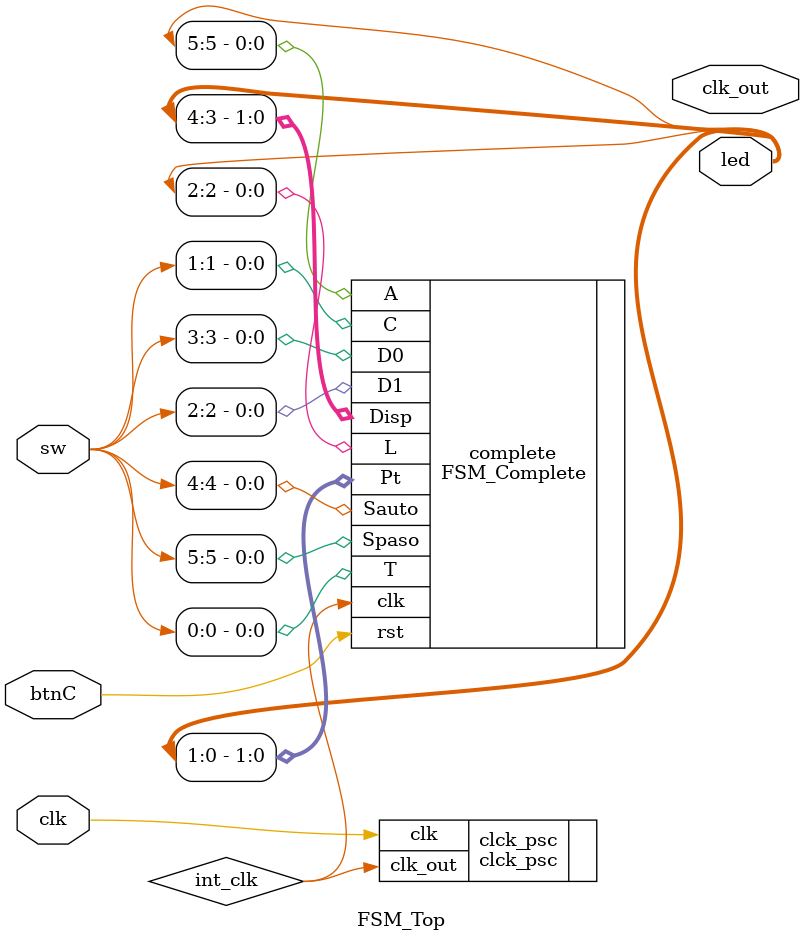
<source format=sv>
`timescale 1ns / 1ps

module FSM_Top(

    input  logic clk,
    input  logic btnC,
    input  logic [5:0]sw,

    output logic [5:0]led,
    output logic clk_out

);

logic int_clk;

clck_psc clck_psc (
    .clk(clk),
    .clk_out(int_clk)
); 

    FSM_Complete complete (

        .clk(int_clk),
        .rst(btnC),

        .T(sw[0]),
        .C(sw[1]),
        .D1(sw[2]),
        .D0(sw[3]),
        .Sauto(sw[4]),
        .Spaso(sw[5]),

        .Pt(led[1:0]),
        .L(led[2]),
        .Disp(led[4:3]),
        .A(led[5])
    );

endmodule

</source>
